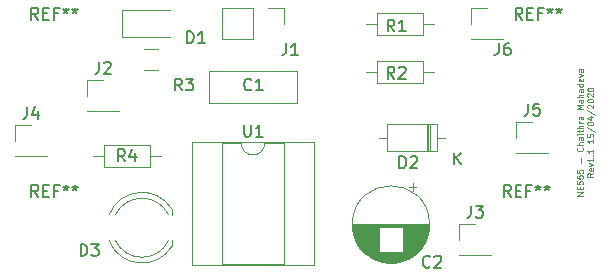
<source format=gbr>
%TF.GenerationSoftware,KiCad,Pcbnew,(5.1.5)-3*%
%TF.CreationDate,2020-04-15T21:14:40+02:00*%
%TF.ProjectId,NE555,4e453535-352e-46b6-9963-61645f706362,v1.1*%
%TF.SameCoordinates,Original*%
%TF.FileFunction,Legend,Top*%
%TF.FilePolarity,Positive*%
%FSLAX46Y46*%
G04 Gerber Fmt 4.6, Leading zero omitted, Abs format (unit mm)*
G04 Created by KiCad (PCBNEW (5.1.5)-3) date 2020-04-15 21:14:40*
%MOMM*%
%LPD*%
G04 APERTURE LIST*
%ADD10C,0.125000*%
%ADD11C,0.120000*%
%ADD12C,0.150000*%
G04 APERTURE END LIST*
D10*
X129788690Y-113357142D02*
X129288690Y-113357142D01*
X129788690Y-113071428D01*
X129288690Y-113071428D01*
X129526785Y-112833333D02*
X129526785Y-112666666D01*
X129788690Y-112595238D02*
X129788690Y-112833333D01*
X129288690Y-112833333D01*
X129288690Y-112595238D01*
X129288690Y-112142857D02*
X129288690Y-112380952D01*
X129526785Y-112404761D01*
X129502976Y-112380952D01*
X129479166Y-112333333D01*
X129479166Y-112214285D01*
X129502976Y-112166666D01*
X129526785Y-112142857D01*
X129574404Y-112119047D01*
X129693452Y-112119047D01*
X129741071Y-112142857D01*
X129764880Y-112166666D01*
X129788690Y-112214285D01*
X129788690Y-112333333D01*
X129764880Y-112380952D01*
X129741071Y-112404761D01*
X129288690Y-111666666D02*
X129288690Y-111904761D01*
X129526785Y-111928571D01*
X129502976Y-111904761D01*
X129479166Y-111857142D01*
X129479166Y-111738095D01*
X129502976Y-111690476D01*
X129526785Y-111666666D01*
X129574404Y-111642857D01*
X129693452Y-111642857D01*
X129741071Y-111666666D01*
X129764880Y-111690476D01*
X129788690Y-111738095D01*
X129788690Y-111857142D01*
X129764880Y-111904761D01*
X129741071Y-111928571D01*
X129288690Y-111190476D02*
X129288690Y-111428571D01*
X129526785Y-111452380D01*
X129502976Y-111428571D01*
X129479166Y-111380952D01*
X129479166Y-111261904D01*
X129502976Y-111214285D01*
X129526785Y-111190476D01*
X129574404Y-111166666D01*
X129693452Y-111166666D01*
X129741071Y-111190476D01*
X129764880Y-111214285D01*
X129788690Y-111261904D01*
X129788690Y-111380952D01*
X129764880Y-111428571D01*
X129741071Y-111452380D01*
X129598214Y-110571428D02*
X129598214Y-110190476D01*
X129741071Y-109285714D02*
X129764880Y-109309523D01*
X129788690Y-109380952D01*
X129788690Y-109428571D01*
X129764880Y-109500000D01*
X129717261Y-109547619D01*
X129669642Y-109571428D01*
X129574404Y-109595238D01*
X129502976Y-109595238D01*
X129407738Y-109571428D01*
X129360119Y-109547619D01*
X129312500Y-109500000D01*
X129288690Y-109428571D01*
X129288690Y-109380952D01*
X129312500Y-109309523D01*
X129336309Y-109285714D01*
X129788690Y-109071428D02*
X129288690Y-109071428D01*
X129788690Y-108857142D02*
X129526785Y-108857142D01*
X129479166Y-108880952D01*
X129455357Y-108928571D01*
X129455357Y-109000000D01*
X129479166Y-109047619D01*
X129502976Y-109071428D01*
X129788690Y-108404761D02*
X129526785Y-108404761D01*
X129479166Y-108428571D01*
X129455357Y-108476190D01*
X129455357Y-108571428D01*
X129479166Y-108619047D01*
X129764880Y-108404761D02*
X129788690Y-108452380D01*
X129788690Y-108571428D01*
X129764880Y-108619047D01*
X129717261Y-108642857D01*
X129669642Y-108642857D01*
X129622023Y-108619047D01*
X129598214Y-108571428D01*
X129598214Y-108452380D01*
X129574404Y-108404761D01*
X129788690Y-108166666D02*
X129455357Y-108166666D01*
X129288690Y-108166666D02*
X129312500Y-108190476D01*
X129336309Y-108166666D01*
X129312500Y-108142857D01*
X129288690Y-108166666D01*
X129336309Y-108166666D01*
X129455357Y-108000000D02*
X129455357Y-107809523D01*
X129288690Y-107928571D02*
X129717261Y-107928571D01*
X129764880Y-107904761D01*
X129788690Y-107857142D01*
X129788690Y-107809523D01*
X129788690Y-107642857D02*
X129288690Y-107642857D01*
X129788690Y-107428571D02*
X129526785Y-107428571D01*
X129479166Y-107452380D01*
X129455357Y-107500000D01*
X129455357Y-107571428D01*
X129479166Y-107619047D01*
X129502976Y-107642857D01*
X129788690Y-107190476D02*
X129455357Y-107190476D01*
X129550595Y-107190476D02*
X129502976Y-107166666D01*
X129479166Y-107142857D01*
X129455357Y-107095238D01*
X129455357Y-107047619D01*
X129788690Y-106666666D02*
X129526785Y-106666666D01*
X129479166Y-106690476D01*
X129455357Y-106738095D01*
X129455357Y-106833333D01*
X129479166Y-106880952D01*
X129764880Y-106666666D02*
X129788690Y-106714285D01*
X129788690Y-106833333D01*
X129764880Y-106880952D01*
X129717261Y-106904761D01*
X129669642Y-106904761D01*
X129622023Y-106880952D01*
X129598214Y-106833333D01*
X129598214Y-106714285D01*
X129574404Y-106666666D01*
X129788690Y-106047619D02*
X129288690Y-106047619D01*
X129645833Y-105880952D01*
X129288690Y-105714285D01*
X129788690Y-105714285D01*
X129788690Y-105261904D02*
X129526785Y-105261904D01*
X129479166Y-105285714D01*
X129455357Y-105333333D01*
X129455357Y-105428571D01*
X129479166Y-105476190D01*
X129764880Y-105261904D02*
X129788690Y-105309523D01*
X129788690Y-105428571D01*
X129764880Y-105476190D01*
X129717261Y-105500000D01*
X129669642Y-105500000D01*
X129622023Y-105476190D01*
X129598214Y-105428571D01*
X129598214Y-105309523D01*
X129574404Y-105261904D01*
X129788690Y-105023809D02*
X129288690Y-105023809D01*
X129788690Y-104809523D02*
X129526785Y-104809523D01*
X129479166Y-104833333D01*
X129455357Y-104880952D01*
X129455357Y-104952380D01*
X129479166Y-105000000D01*
X129502976Y-105023809D01*
X129788690Y-104357142D02*
X129526785Y-104357142D01*
X129479166Y-104380952D01*
X129455357Y-104428571D01*
X129455357Y-104523809D01*
X129479166Y-104571428D01*
X129764880Y-104357142D02*
X129788690Y-104404761D01*
X129788690Y-104523809D01*
X129764880Y-104571428D01*
X129717261Y-104595238D01*
X129669642Y-104595238D01*
X129622023Y-104571428D01*
X129598214Y-104523809D01*
X129598214Y-104404761D01*
X129574404Y-104357142D01*
X129788690Y-103904761D02*
X129288690Y-103904761D01*
X129764880Y-103904761D02*
X129788690Y-103952380D01*
X129788690Y-104047619D01*
X129764880Y-104095238D01*
X129741071Y-104119047D01*
X129693452Y-104142857D01*
X129550595Y-104142857D01*
X129502976Y-104119047D01*
X129479166Y-104095238D01*
X129455357Y-104047619D01*
X129455357Y-103952380D01*
X129479166Y-103904761D01*
X129764880Y-103476190D02*
X129788690Y-103523809D01*
X129788690Y-103619047D01*
X129764880Y-103666666D01*
X129717261Y-103690476D01*
X129526785Y-103690476D01*
X129479166Y-103666666D01*
X129455357Y-103619047D01*
X129455357Y-103523809D01*
X129479166Y-103476190D01*
X129526785Y-103452380D01*
X129574404Y-103452380D01*
X129622023Y-103690476D01*
X129455357Y-103285714D02*
X129788690Y-103166666D01*
X129455357Y-103047619D01*
X129788690Y-102642857D02*
X129526785Y-102642857D01*
X129479166Y-102666666D01*
X129455357Y-102714285D01*
X129455357Y-102809523D01*
X129479166Y-102857142D01*
X129764880Y-102642857D02*
X129788690Y-102690476D01*
X129788690Y-102809523D01*
X129764880Y-102857142D01*
X129717261Y-102880952D01*
X129669642Y-102880952D01*
X129622023Y-102857142D01*
X129598214Y-102809523D01*
X129598214Y-102690476D01*
X129574404Y-102642857D01*
X130663690Y-111464285D02*
X130425595Y-111630952D01*
X130663690Y-111750000D02*
X130163690Y-111750000D01*
X130163690Y-111559523D01*
X130187500Y-111511904D01*
X130211309Y-111488095D01*
X130258928Y-111464285D01*
X130330357Y-111464285D01*
X130377976Y-111488095D01*
X130401785Y-111511904D01*
X130425595Y-111559523D01*
X130425595Y-111750000D01*
X130639880Y-111059523D02*
X130663690Y-111107142D01*
X130663690Y-111202380D01*
X130639880Y-111250000D01*
X130592261Y-111273809D01*
X130401785Y-111273809D01*
X130354166Y-111250000D01*
X130330357Y-111202380D01*
X130330357Y-111107142D01*
X130354166Y-111059523D01*
X130401785Y-111035714D01*
X130449404Y-111035714D01*
X130497023Y-111273809D01*
X130330357Y-110869047D02*
X130663690Y-110750000D01*
X130330357Y-110630952D01*
X130663690Y-110178571D02*
X130663690Y-110464285D01*
X130663690Y-110321428D02*
X130163690Y-110321428D01*
X130235119Y-110369047D01*
X130282738Y-110416666D01*
X130306547Y-110464285D01*
X130616071Y-109964285D02*
X130639880Y-109940476D01*
X130663690Y-109964285D01*
X130639880Y-109988095D01*
X130616071Y-109964285D01*
X130663690Y-109964285D01*
X130663690Y-109464285D02*
X130663690Y-109750000D01*
X130663690Y-109607142D02*
X130163690Y-109607142D01*
X130235119Y-109654761D01*
X130282738Y-109702380D01*
X130306547Y-109750000D01*
X130663690Y-108607142D02*
X130663690Y-108892857D01*
X130663690Y-108750000D02*
X130163690Y-108750000D01*
X130235119Y-108797619D01*
X130282738Y-108845238D01*
X130306547Y-108892857D01*
X130163690Y-108154761D02*
X130163690Y-108392857D01*
X130401785Y-108416666D01*
X130377976Y-108392857D01*
X130354166Y-108345238D01*
X130354166Y-108226190D01*
X130377976Y-108178571D01*
X130401785Y-108154761D01*
X130449404Y-108130952D01*
X130568452Y-108130952D01*
X130616071Y-108154761D01*
X130639880Y-108178571D01*
X130663690Y-108226190D01*
X130663690Y-108345238D01*
X130639880Y-108392857D01*
X130616071Y-108416666D01*
X130139880Y-107559523D02*
X130782738Y-107988095D01*
X130163690Y-107297619D02*
X130163690Y-107250000D01*
X130187500Y-107202380D01*
X130211309Y-107178571D01*
X130258928Y-107154761D01*
X130354166Y-107130952D01*
X130473214Y-107130952D01*
X130568452Y-107154761D01*
X130616071Y-107178571D01*
X130639880Y-107202380D01*
X130663690Y-107250000D01*
X130663690Y-107297619D01*
X130639880Y-107345238D01*
X130616071Y-107369047D01*
X130568452Y-107392857D01*
X130473214Y-107416666D01*
X130354166Y-107416666D01*
X130258928Y-107392857D01*
X130211309Y-107369047D01*
X130187500Y-107345238D01*
X130163690Y-107297619D01*
X130330357Y-106702380D02*
X130663690Y-106702380D01*
X130139880Y-106821428D02*
X130497023Y-106940476D01*
X130497023Y-106630952D01*
X130139880Y-106083333D02*
X130782738Y-106511904D01*
X130211309Y-105940476D02*
X130187500Y-105916666D01*
X130163690Y-105869047D01*
X130163690Y-105750000D01*
X130187500Y-105702380D01*
X130211309Y-105678571D01*
X130258928Y-105654761D01*
X130306547Y-105654761D01*
X130377976Y-105678571D01*
X130663690Y-105964285D01*
X130663690Y-105654761D01*
X130163690Y-105345238D02*
X130163690Y-105297619D01*
X130187500Y-105250000D01*
X130211309Y-105226190D01*
X130258928Y-105202380D01*
X130354166Y-105178571D01*
X130473214Y-105178571D01*
X130568452Y-105202380D01*
X130616071Y-105226190D01*
X130639880Y-105250000D01*
X130663690Y-105297619D01*
X130663690Y-105345238D01*
X130639880Y-105392857D01*
X130616071Y-105416666D01*
X130568452Y-105440476D01*
X130473214Y-105464285D01*
X130354166Y-105464285D01*
X130258928Y-105440476D01*
X130211309Y-105416666D01*
X130187500Y-105392857D01*
X130163690Y-105345238D01*
X130211309Y-104988095D02*
X130187500Y-104964285D01*
X130163690Y-104916666D01*
X130163690Y-104797619D01*
X130187500Y-104750000D01*
X130211309Y-104726190D01*
X130258928Y-104702380D01*
X130306547Y-104702380D01*
X130377976Y-104726190D01*
X130663690Y-105011904D01*
X130663690Y-104702380D01*
X130163690Y-104392857D02*
X130163690Y-104345238D01*
X130187500Y-104297619D01*
X130211309Y-104273809D01*
X130258928Y-104250000D01*
X130354166Y-104226190D01*
X130473214Y-104226190D01*
X130568452Y-104250000D01*
X130616071Y-104273809D01*
X130639880Y-104297619D01*
X130663690Y-104345238D01*
X130663690Y-104392857D01*
X130639880Y-104440476D01*
X130616071Y-104464285D01*
X130568452Y-104488095D01*
X130473214Y-104511904D01*
X130354166Y-104511904D01*
X130258928Y-104488095D01*
X130211309Y-104464285D01*
X130187500Y-104440476D01*
X130163690Y-104392857D01*
D11*
X105614000Y-105510000D02*
X98174000Y-105510000D01*
X105614000Y-102770000D02*
X98174000Y-102770000D01*
X105614000Y-105510000D02*
X105614000Y-102770000D01*
X98174000Y-105510000D02*
X98174000Y-102770000D01*
X116808000Y-115804000D02*
G75*
G03X116808000Y-115804000I-3270000J0D01*
G01*
X116768000Y-115804000D02*
X110308000Y-115804000D01*
X116768000Y-115844000D02*
X110308000Y-115844000D01*
X116768000Y-115884000D02*
X110308000Y-115884000D01*
X116766000Y-115924000D02*
X110310000Y-115924000D01*
X116765000Y-115964000D02*
X110311000Y-115964000D01*
X116762000Y-116004000D02*
X110314000Y-116004000D01*
X116760000Y-116044000D02*
X114578000Y-116044000D01*
X112498000Y-116044000D02*
X110316000Y-116044000D01*
X116756000Y-116084000D02*
X114578000Y-116084000D01*
X112498000Y-116084000D02*
X110320000Y-116084000D01*
X116753000Y-116124000D02*
X114578000Y-116124000D01*
X112498000Y-116124000D02*
X110323000Y-116124000D01*
X116749000Y-116164000D02*
X114578000Y-116164000D01*
X112498000Y-116164000D02*
X110327000Y-116164000D01*
X116744000Y-116204000D02*
X114578000Y-116204000D01*
X112498000Y-116204000D02*
X110332000Y-116204000D01*
X116739000Y-116244000D02*
X114578000Y-116244000D01*
X112498000Y-116244000D02*
X110337000Y-116244000D01*
X116733000Y-116284000D02*
X114578000Y-116284000D01*
X112498000Y-116284000D02*
X110343000Y-116284000D01*
X116727000Y-116324000D02*
X114578000Y-116324000D01*
X112498000Y-116324000D02*
X110349000Y-116324000D01*
X116720000Y-116364000D02*
X114578000Y-116364000D01*
X112498000Y-116364000D02*
X110356000Y-116364000D01*
X116713000Y-116404000D02*
X114578000Y-116404000D01*
X112498000Y-116404000D02*
X110363000Y-116404000D01*
X116705000Y-116444000D02*
X114578000Y-116444000D01*
X112498000Y-116444000D02*
X110371000Y-116444000D01*
X116697000Y-116484000D02*
X114578000Y-116484000D01*
X112498000Y-116484000D02*
X110379000Y-116484000D01*
X116688000Y-116525000D02*
X114578000Y-116525000D01*
X112498000Y-116525000D02*
X110388000Y-116525000D01*
X116679000Y-116565000D02*
X114578000Y-116565000D01*
X112498000Y-116565000D02*
X110397000Y-116565000D01*
X116669000Y-116605000D02*
X114578000Y-116605000D01*
X112498000Y-116605000D02*
X110407000Y-116605000D01*
X116659000Y-116645000D02*
X114578000Y-116645000D01*
X112498000Y-116645000D02*
X110417000Y-116645000D01*
X116648000Y-116685000D02*
X114578000Y-116685000D01*
X112498000Y-116685000D02*
X110428000Y-116685000D01*
X116636000Y-116725000D02*
X114578000Y-116725000D01*
X112498000Y-116725000D02*
X110440000Y-116725000D01*
X116624000Y-116765000D02*
X114578000Y-116765000D01*
X112498000Y-116765000D02*
X110452000Y-116765000D01*
X116612000Y-116805000D02*
X114578000Y-116805000D01*
X112498000Y-116805000D02*
X110464000Y-116805000D01*
X116599000Y-116845000D02*
X114578000Y-116845000D01*
X112498000Y-116845000D02*
X110477000Y-116845000D01*
X116585000Y-116885000D02*
X114578000Y-116885000D01*
X112498000Y-116885000D02*
X110491000Y-116885000D01*
X116571000Y-116925000D02*
X114578000Y-116925000D01*
X112498000Y-116925000D02*
X110505000Y-116925000D01*
X116556000Y-116965000D02*
X114578000Y-116965000D01*
X112498000Y-116965000D02*
X110520000Y-116965000D01*
X116540000Y-117005000D02*
X114578000Y-117005000D01*
X112498000Y-117005000D02*
X110536000Y-117005000D01*
X116524000Y-117045000D02*
X114578000Y-117045000D01*
X112498000Y-117045000D02*
X110552000Y-117045000D01*
X116508000Y-117085000D02*
X114578000Y-117085000D01*
X112498000Y-117085000D02*
X110568000Y-117085000D01*
X116490000Y-117125000D02*
X114578000Y-117125000D01*
X112498000Y-117125000D02*
X110586000Y-117125000D01*
X116472000Y-117165000D02*
X114578000Y-117165000D01*
X112498000Y-117165000D02*
X110604000Y-117165000D01*
X116454000Y-117205000D02*
X114578000Y-117205000D01*
X112498000Y-117205000D02*
X110622000Y-117205000D01*
X116434000Y-117245000D02*
X114578000Y-117245000D01*
X112498000Y-117245000D02*
X110642000Y-117245000D01*
X116414000Y-117285000D02*
X114578000Y-117285000D01*
X112498000Y-117285000D02*
X110662000Y-117285000D01*
X116394000Y-117325000D02*
X114578000Y-117325000D01*
X112498000Y-117325000D02*
X110682000Y-117325000D01*
X116372000Y-117365000D02*
X114578000Y-117365000D01*
X112498000Y-117365000D02*
X110704000Y-117365000D01*
X116350000Y-117405000D02*
X114578000Y-117405000D01*
X112498000Y-117405000D02*
X110726000Y-117405000D01*
X116328000Y-117445000D02*
X114578000Y-117445000D01*
X112498000Y-117445000D02*
X110748000Y-117445000D01*
X116304000Y-117485000D02*
X114578000Y-117485000D01*
X112498000Y-117485000D02*
X110772000Y-117485000D01*
X116280000Y-117525000D02*
X114578000Y-117525000D01*
X112498000Y-117525000D02*
X110796000Y-117525000D01*
X116254000Y-117565000D02*
X114578000Y-117565000D01*
X112498000Y-117565000D02*
X110822000Y-117565000D01*
X116228000Y-117605000D02*
X114578000Y-117605000D01*
X112498000Y-117605000D02*
X110848000Y-117605000D01*
X116202000Y-117645000D02*
X114578000Y-117645000D01*
X112498000Y-117645000D02*
X110874000Y-117645000D01*
X116174000Y-117685000D02*
X114578000Y-117685000D01*
X112498000Y-117685000D02*
X110902000Y-117685000D01*
X116145000Y-117725000D02*
X114578000Y-117725000D01*
X112498000Y-117725000D02*
X110931000Y-117725000D01*
X116116000Y-117765000D02*
X114578000Y-117765000D01*
X112498000Y-117765000D02*
X110960000Y-117765000D01*
X116086000Y-117805000D02*
X114578000Y-117805000D01*
X112498000Y-117805000D02*
X110990000Y-117805000D01*
X116054000Y-117845000D02*
X114578000Y-117845000D01*
X112498000Y-117845000D02*
X111022000Y-117845000D01*
X116022000Y-117885000D02*
X114578000Y-117885000D01*
X112498000Y-117885000D02*
X111054000Y-117885000D01*
X115988000Y-117925000D02*
X114578000Y-117925000D01*
X112498000Y-117925000D02*
X111088000Y-117925000D01*
X115954000Y-117965000D02*
X114578000Y-117965000D01*
X112498000Y-117965000D02*
X111122000Y-117965000D01*
X115918000Y-118005000D02*
X114578000Y-118005000D01*
X112498000Y-118005000D02*
X111158000Y-118005000D01*
X115881000Y-118045000D02*
X114578000Y-118045000D01*
X112498000Y-118045000D02*
X111195000Y-118045000D01*
X115843000Y-118085000D02*
X114578000Y-118085000D01*
X112498000Y-118085000D02*
X111233000Y-118085000D01*
X115803000Y-118125000D02*
X111273000Y-118125000D01*
X115762000Y-118165000D02*
X111314000Y-118165000D01*
X115720000Y-118205000D02*
X111356000Y-118205000D01*
X115675000Y-118245000D02*
X111401000Y-118245000D01*
X115630000Y-118285000D02*
X111446000Y-118285000D01*
X115582000Y-118325000D02*
X111494000Y-118325000D01*
X115533000Y-118365000D02*
X111543000Y-118365000D01*
X115482000Y-118405000D02*
X111594000Y-118405000D01*
X115428000Y-118445000D02*
X111648000Y-118445000D01*
X115372000Y-118485000D02*
X111704000Y-118485000D01*
X115314000Y-118525000D02*
X111762000Y-118525000D01*
X115252000Y-118565000D02*
X111824000Y-118565000D01*
X115188000Y-118605000D02*
X111888000Y-118605000D01*
X115119000Y-118645000D02*
X111957000Y-118645000D01*
X115047000Y-118685000D02*
X112029000Y-118685000D01*
X114970000Y-118725000D02*
X112106000Y-118725000D01*
X114888000Y-118765000D02*
X112188000Y-118765000D01*
X114800000Y-118805000D02*
X112276000Y-118805000D01*
X114703000Y-118845000D02*
X112373000Y-118845000D01*
X114597000Y-118885000D02*
X112479000Y-118885000D01*
X114478000Y-118925000D02*
X112598000Y-118925000D01*
X114340000Y-118965000D02*
X112736000Y-118965000D01*
X114171000Y-119005000D02*
X112905000Y-119005000D01*
X113940000Y-119045000D02*
X113136000Y-119045000D01*
X115377000Y-112303759D02*
X115377000Y-112933759D01*
X115692000Y-112618759D02*
X115062000Y-112618759D01*
X94818000Y-97671000D02*
X90758000Y-97671000D01*
X90758000Y-97671000D02*
X90758000Y-99941000D01*
X90758000Y-99941000D02*
X94818000Y-99941000D01*
X117436000Y-109578000D02*
X117436000Y-107338000D01*
X117436000Y-107338000D02*
X113196000Y-107338000D01*
X113196000Y-107338000D02*
X113196000Y-109578000D01*
X113196000Y-109578000D02*
X117436000Y-109578000D01*
X118086000Y-108458000D02*
X117436000Y-108458000D01*
X112546000Y-108458000D02*
X113196000Y-108458000D01*
X116716000Y-109578000D02*
X116716000Y-107338000D01*
X116596000Y-109578000D02*
X116596000Y-107338000D01*
X116836000Y-109578000D02*
X116836000Y-107338000D01*
X89668185Y-117158827D02*
G75*
G03X95016000Y-117622830I2787815J1080827D01*
G01*
X89668185Y-114997173D02*
G75*
G02X95016000Y-114533170I2787815J-1080827D01*
G01*
X90201521Y-117158429D02*
G75*
G03X94710684Y-117158000I2254479J1080429D01*
G01*
X90201521Y-114997571D02*
G75*
G02X94710684Y-114998000I2254479J-1080429D01*
G01*
X95016000Y-117623000D02*
X95016000Y-117158000D01*
X95016000Y-114998000D02*
X95016000Y-114533000D01*
X99254000Y-97476000D02*
X99254000Y-100136000D01*
X101854000Y-97476000D02*
X99254000Y-97476000D01*
X101854000Y-100136000D02*
X99254000Y-100136000D01*
X101854000Y-97476000D02*
X101854000Y-100136000D01*
X103124000Y-97476000D02*
X104454000Y-97476000D01*
X104454000Y-97476000D02*
X104454000Y-98806000D01*
X87824000Y-103572000D02*
X89154000Y-103572000D01*
X87824000Y-104902000D02*
X87824000Y-103572000D01*
X87824000Y-106172000D02*
X90484000Y-106172000D01*
X90484000Y-106172000D02*
X90484000Y-106232000D01*
X87824000Y-106172000D02*
X87824000Y-106232000D01*
X87824000Y-106232000D02*
X90484000Y-106232000D01*
X119320000Y-118424000D02*
X121980000Y-118424000D01*
X119320000Y-118364000D02*
X119320000Y-118424000D01*
X121980000Y-118364000D02*
X121980000Y-118424000D01*
X119320000Y-118364000D02*
X121980000Y-118364000D01*
X119320000Y-117094000D02*
X119320000Y-115764000D01*
X119320000Y-115764000D02*
X120650000Y-115764000D01*
X81728000Y-110042000D02*
X84388000Y-110042000D01*
X81728000Y-109982000D02*
X81728000Y-110042000D01*
X84388000Y-109982000D02*
X84388000Y-110042000D01*
X81728000Y-109982000D02*
X84388000Y-109982000D01*
X81728000Y-108712000D02*
X81728000Y-107382000D01*
X81728000Y-107382000D02*
X83058000Y-107382000D01*
X124146000Y-109788000D02*
X126806000Y-109788000D01*
X124146000Y-109728000D02*
X124146000Y-109788000D01*
X126806000Y-109728000D02*
X126806000Y-109788000D01*
X124146000Y-109728000D02*
X126806000Y-109728000D01*
X124146000Y-108458000D02*
X124146000Y-107128000D01*
X124146000Y-107128000D02*
X125476000Y-107128000D01*
X120336000Y-97476000D02*
X121666000Y-97476000D01*
X120336000Y-98806000D02*
X120336000Y-97476000D01*
X120336000Y-100076000D02*
X122996000Y-100076000D01*
X122996000Y-100076000D02*
X122996000Y-100136000D01*
X120336000Y-100076000D02*
X120336000Y-100136000D01*
X120336000Y-100136000D02*
X122996000Y-100136000D01*
X112380000Y-97886000D02*
X112380000Y-99726000D01*
X112380000Y-99726000D02*
X116220000Y-99726000D01*
X116220000Y-99726000D02*
X116220000Y-97886000D01*
X116220000Y-97886000D02*
X112380000Y-97886000D01*
X111430000Y-98806000D02*
X112380000Y-98806000D01*
X117170000Y-98806000D02*
X116220000Y-98806000D01*
X117170000Y-102870000D02*
X116220000Y-102870000D01*
X111430000Y-102870000D02*
X112380000Y-102870000D01*
X116220000Y-101950000D02*
X112380000Y-101950000D01*
X116220000Y-103790000D02*
X116220000Y-101950000D01*
X112380000Y-103790000D02*
X116220000Y-103790000D01*
X112380000Y-101950000D02*
X112380000Y-103790000D01*
X92615936Y-100944000D02*
X93820064Y-100944000D01*
X92615936Y-102764000D02*
X93820064Y-102764000D01*
X89266000Y-109062000D02*
X89266000Y-110902000D01*
X89266000Y-110902000D02*
X93106000Y-110902000D01*
X93106000Y-110902000D02*
X93106000Y-109062000D01*
X93106000Y-109062000D02*
X89266000Y-109062000D01*
X88316000Y-109982000D02*
X89266000Y-109982000D01*
X94056000Y-109982000D02*
X93106000Y-109982000D01*
X102854000Y-108906000D02*
G75*
G02X100854000Y-108906000I-1000000J0D01*
G01*
X100854000Y-108906000D02*
X99204000Y-108906000D01*
X99204000Y-108906000D02*
X99204000Y-119186000D01*
X99204000Y-119186000D02*
X104504000Y-119186000D01*
X104504000Y-119186000D02*
X104504000Y-108906000D01*
X104504000Y-108906000D02*
X102854000Y-108906000D01*
X96714000Y-108846000D02*
X96714000Y-119246000D01*
X96714000Y-119246000D02*
X106994000Y-119246000D01*
X106994000Y-119246000D02*
X106994000Y-108846000D01*
X106994000Y-108846000D02*
X96714000Y-108846000D01*
D12*
X124666666Y-98452380D02*
X124333333Y-97976190D01*
X124095238Y-98452380D02*
X124095238Y-97452380D01*
X124476190Y-97452380D01*
X124571428Y-97500000D01*
X124619047Y-97547619D01*
X124666666Y-97642857D01*
X124666666Y-97785714D01*
X124619047Y-97880952D01*
X124571428Y-97928571D01*
X124476190Y-97976190D01*
X124095238Y-97976190D01*
X125095238Y-97928571D02*
X125428571Y-97928571D01*
X125571428Y-98452380D02*
X125095238Y-98452380D01*
X125095238Y-97452380D01*
X125571428Y-97452380D01*
X126333333Y-97928571D02*
X126000000Y-97928571D01*
X126000000Y-98452380D02*
X126000000Y-97452380D01*
X126476190Y-97452380D01*
X127000000Y-97452380D02*
X127000000Y-97690476D01*
X126761904Y-97595238D02*
X127000000Y-97690476D01*
X127238095Y-97595238D01*
X126857142Y-97880952D02*
X127000000Y-97690476D01*
X127142857Y-97880952D01*
X127761904Y-97452380D02*
X127761904Y-97690476D01*
X127523809Y-97595238D02*
X127761904Y-97690476D01*
X128000000Y-97595238D01*
X127619047Y-97880952D02*
X127761904Y-97690476D01*
X127904761Y-97880952D01*
X123666666Y-113452380D02*
X123333333Y-112976190D01*
X123095238Y-113452380D02*
X123095238Y-112452380D01*
X123476190Y-112452380D01*
X123571428Y-112500000D01*
X123619047Y-112547619D01*
X123666666Y-112642857D01*
X123666666Y-112785714D01*
X123619047Y-112880952D01*
X123571428Y-112928571D01*
X123476190Y-112976190D01*
X123095238Y-112976190D01*
X124095238Y-112928571D02*
X124428571Y-112928571D01*
X124571428Y-113452380D02*
X124095238Y-113452380D01*
X124095238Y-112452380D01*
X124571428Y-112452380D01*
X125333333Y-112928571D02*
X125000000Y-112928571D01*
X125000000Y-113452380D02*
X125000000Y-112452380D01*
X125476190Y-112452380D01*
X126000000Y-112452380D02*
X126000000Y-112690476D01*
X125761904Y-112595238D02*
X126000000Y-112690476D01*
X126238095Y-112595238D01*
X125857142Y-112880952D02*
X126000000Y-112690476D01*
X126142857Y-112880952D01*
X126761904Y-112452380D02*
X126761904Y-112690476D01*
X126523809Y-112595238D02*
X126761904Y-112690476D01*
X127000000Y-112595238D01*
X126619047Y-112880952D02*
X126761904Y-112690476D01*
X126904761Y-112880952D01*
X83666666Y-113452380D02*
X83333333Y-112976190D01*
X83095238Y-113452380D02*
X83095238Y-112452380D01*
X83476190Y-112452380D01*
X83571428Y-112500000D01*
X83619047Y-112547619D01*
X83666666Y-112642857D01*
X83666666Y-112785714D01*
X83619047Y-112880952D01*
X83571428Y-112928571D01*
X83476190Y-112976190D01*
X83095238Y-112976190D01*
X84095238Y-112928571D02*
X84428571Y-112928571D01*
X84571428Y-113452380D02*
X84095238Y-113452380D01*
X84095238Y-112452380D01*
X84571428Y-112452380D01*
X85333333Y-112928571D02*
X85000000Y-112928571D01*
X85000000Y-113452380D02*
X85000000Y-112452380D01*
X85476190Y-112452380D01*
X86000000Y-112452380D02*
X86000000Y-112690476D01*
X85761904Y-112595238D02*
X86000000Y-112690476D01*
X86238095Y-112595238D01*
X85857142Y-112880952D02*
X86000000Y-112690476D01*
X86142857Y-112880952D01*
X86761904Y-112452380D02*
X86761904Y-112690476D01*
X86523809Y-112595238D02*
X86761904Y-112690476D01*
X87000000Y-112595238D01*
X86619047Y-112880952D02*
X86761904Y-112690476D01*
X86904761Y-112880952D01*
X83666666Y-98452380D02*
X83333333Y-97976190D01*
X83095238Y-98452380D02*
X83095238Y-97452380D01*
X83476190Y-97452380D01*
X83571428Y-97500000D01*
X83619047Y-97547619D01*
X83666666Y-97642857D01*
X83666666Y-97785714D01*
X83619047Y-97880952D01*
X83571428Y-97928571D01*
X83476190Y-97976190D01*
X83095238Y-97976190D01*
X84095238Y-97928571D02*
X84428571Y-97928571D01*
X84571428Y-98452380D02*
X84095238Y-98452380D01*
X84095238Y-97452380D01*
X84571428Y-97452380D01*
X85333333Y-97928571D02*
X85000000Y-97928571D01*
X85000000Y-98452380D02*
X85000000Y-97452380D01*
X85476190Y-97452380D01*
X86000000Y-97452380D02*
X86000000Y-97690476D01*
X85761904Y-97595238D02*
X86000000Y-97690476D01*
X86238095Y-97595238D01*
X85857142Y-97880952D02*
X86000000Y-97690476D01*
X86142857Y-97880952D01*
X86761904Y-97452380D02*
X86761904Y-97690476D01*
X86523809Y-97595238D02*
X86761904Y-97690476D01*
X87000000Y-97595238D01*
X86619047Y-97880952D02*
X86761904Y-97690476D01*
X86904761Y-97880952D01*
X101727333Y-104357142D02*
X101679714Y-104404761D01*
X101536857Y-104452380D01*
X101441619Y-104452380D01*
X101298761Y-104404761D01*
X101203523Y-104309523D01*
X101155904Y-104214285D01*
X101108285Y-104023809D01*
X101108285Y-103880952D01*
X101155904Y-103690476D01*
X101203523Y-103595238D01*
X101298761Y-103500000D01*
X101441619Y-103452380D01*
X101536857Y-103452380D01*
X101679714Y-103500000D01*
X101727333Y-103547619D01*
X102679714Y-104452380D02*
X102108285Y-104452380D01*
X102394000Y-104452380D02*
X102394000Y-103452380D01*
X102298761Y-103595238D01*
X102203523Y-103690476D01*
X102108285Y-103738095D01*
X116833333Y-119357142D02*
X116785714Y-119404761D01*
X116642857Y-119452380D01*
X116547619Y-119452380D01*
X116404761Y-119404761D01*
X116309523Y-119309523D01*
X116261904Y-119214285D01*
X116214285Y-119023809D01*
X116214285Y-118880952D01*
X116261904Y-118690476D01*
X116309523Y-118595238D01*
X116404761Y-118500000D01*
X116547619Y-118452380D01*
X116642857Y-118452380D01*
X116785714Y-118500000D01*
X116833333Y-118547619D01*
X117214285Y-118547619D02*
X117261904Y-118500000D01*
X117357142Y-118452380D01*
X117595238Y-118452380D01*
X117690476Y-118500000D01*
X117738095Y-118547619D01*
X117785714Y-118642857D01*
X117785714Y-118738095D01*
X117738095Y-118880952D01*
X117166666Y-119452380D01*
X117785714Y-119452380D01*
X96261904Y-100452380D02*
X96261904Y-99452380D01*
X96500000Y-99452380D01*
X96642857Y-99500000D01*
X96738095Y-99595238D01*
X96785714Y-99690476D01*
X96833333Y-99880952D01*
X96833333Y-100023809D01*
X96785714Y-100214285D01*
X96738095Y-100309523D01*
X96642857Y-100404761D01*
X96500000Y-100452380D01*
X96261904Y-100452380D01*
X97785714Y-100452380D02*
X97214285Y-100452380D01*
X97500000Y-100452380D02*
X97500000Y-99452380D01*
X97404761Y-99595238D01*
X97309523Y-99690476D01*
X97214285Y-99738095D01*
X114261904Y-111030380D02*
X114261904Y-110030380D01*
X114500000Y-110030380D01*
X114642857Y-110078000D01*
X114738095Y-110173238D01*
X114785714Y-110268476D01*
X114833333Y-110458952D01*
X114833333Y-110601809D01*
X114785714Y-110792285D01*
X114738095Y-110887523D01*
X114642857Y-110982761D01*
X114500000Y-111030380D01*
X114261904Y-111030380D01*
X115214285Y-110125619D02*
X115261904Y-110078000D01*
X115357142Y-110030380D01*
X115595238Y-110030380D01*
X115690476Y-110078000D01*
X115738095Y-110125619D01*
X115785714Y-110220857D01*
X115785714Y-110316095D01*
X115738095Y-110458952D01*
X115166666Y-111030380D01*
X115785714Y-111030380D01*
X118864095Y-110710380D02*
X118864095Y-109710380D01*
X119435523Y-110710380D02*
X119006952Y-110138952D01*
X119435523Y-109710380D02*
X118864095Y-110281809D01*
X87261904Y-118452380D02*
X87261904Y-117452380D01*
X87500000Y-117452380D01*
X87642857Y-117500000D01*
X87738095Y-117595238D01*
X87785714Y-117690476D01*
X87833333Y-117880952D01*
X87833333Y-118023809D01*
X87785714Y-118214285D01*
X87738095Y-118309523D01*
X87642857Y-118404761D01*
X87500000Y-118452380D01*
X87261904Y-118452380D01*
X88166666Y-117452380D02*
X88785714Y-117452380D01*
X88452380Y-117833333D01*
X88595238Y-117833333D01*
X88690476Y-117880952D01*
X88738095Y-117928571D01*
X88785714Y-118023809D01*
X88785714Y-118261904D01*
X88738095Y-118357142D01*
X88690476Y-118404761D01*
X88595238Y-118452380D01*
X88309523Y-118452380D01*
X88214285Y-118404761D01*
X88166666Y-118357142D01*
X104666666Y-100452380D02*
X104666666Y-101166666D01*
X104619047Y-101309523D01*
X104523809Y-101404761D01*
X104380952Y-101452380D01*
X104285714Y-101452380D01*
X105666666Y-101452380D02*
X105095238Y-101452380D01*
X105380952Y-101452380D02*
X105380952Y-100452380D01*
X105285714Y-100595238D01*
X105190476Y-100690476D01*
X105095238Y-100738095D01*
X88820666Y-102024380D02*
X88820666Y-102738666D01*
X88773047Y-102881523D01*
X88677809Y-102976761D01*
X88534952Y-103024380D01*
X88439714Y-103024380D01*
X89249238Y-102119619D02*
X89296857Y-102072000D01*
X89392095Y-102024380D01*
X89630190Y-102024380D01*
X89725428Y-102072000D01*
X89773047Y-102119619D01*
X89820666Y-102214857D01*
X89820666Y-102310095D01*
X89773047Y-102452952D01*
X89201619Y-103024380D01*
X89820666Y-103024380D01*
X120316666Y-114216380D02*
X120316666Y-114930666D01*
X120269047Y-115073523D01*
X120173809Y-115168761D01*
X120030952Y-115216380D01*
X119935714Y-115216380D01*
X120697619Y-114216380D02*
X121316666Y-114216380D01*
X120983333Y-114597333D01*
X121126190Y-114597333D01*
X121221428Y-114644952D01*
X121269047Y-114692571D01*
X121316666Y-114787809D01*
X121316666Y-115025904D01*
X121269047Y-115121142D01*
X121221428Y-115168761D01*
X121126190Y-115216380D01*
X120840476Y-115216380D01*
X120745238Y-115168761D01*
X120697619Y-115121142D01*
X82724666Y-105834380D02*
X82724666Y-106548666D01*
X82677047Y-106691523D01*
X82581809Y-106786761D01*
X82438952Y-106834380D01*
X82343714Y-106834380D01*
X83629428Y-106167714D02*
X83629428Y-106834380D01*
X83391333Y-105786761D02*
X83153238Y-106501047D01*
X83772285Y-106501047D01*
X125142666Y-105580380D02*
X125142666Y-106294666D01*
X125095047Y-106437523D01*
X124999809Y-106532761D01*
X124856952Y-106580380D01*
X124761714Y-106580380D01*
X126095047Y-105580380D02*
X125618857Y-105580380D01*
X125571238Y-106056571D01*
X125618857Y-106008952D01*
X125714095Y-105961333D01*
X125952190Y-105961333D01*
X126047428Y-106008952D01*
X126095047Y-106056571D01*
X126142666Y-106151809D01*
X126142666Y-106389904D01*
X126095047Y-106485142D01*
X126047428Y-106532761D01*
X125952190Y-106580380D01*
X125714095Y-106580380D01*
X125618857Y-106532761D01*
X125571238Y-106485142D01*
X122666666Y-100452380D02*
X122666666Y-101166666D01*
X122619047Y-101309523D01*
X122523809Y-101404761D01*
X122380952Y-101452380D01*
X122285714Y-101452380D01*
X123571428Y-100452380D02*
X123380952Y-100452380D01*
X123285714Y-100500000D01*
X123238095Y-100547619D01*
X123142857Y-100690476D01*
X123095238Y-100880952D01*
X123095238Y-101261904D01*
X123142857Y-101357142D01*
X123190476Y-101404761D01*
X123285714Y-101452380D01*
X123476190Y-101452380D01*
X123571428Y-101404761D01*
X123619047Y-101357142D01*
X123666666Y-101261904D01*
X123666666Y-101023809D01*
X123619047Y-100928571D01*
X123571428Y-100880952D01*
X123476190Y-100833333D01*
X123285714Y-100833333D01*
X123190476Y-100880952D01*
X123142857Y-100928571D01*
X123095238Y-101023809D01*
X113833333Y-99452380D02*
X113500000Y-98976190D01*
X113261904Y-99452380D02*
X113261904Y-98452380D01*
X113642857Y-98452380D01*
X113738095Y-98500000D01*
X113785714Y-98547619D01*
X113833333Y-98642857D01*
X113833333Y-98785714D01*
X113785714Y-98880952D01*
X113738095Y-98928571D01*
X113642857Y-98976190D01*
X113261904Y-98976190D01*
X114785714Y-99452380D02*
X114214285Y-99452380D01*
X114500000Y-99452380D02*
X114500000Y-98452380D01*
X114404761Y-98595238D01*
X114309523Y-98690476D01*
X114214285Y-98738095D01*
X113833333Y-103452380D02*
X113500000Y-102976190D01*
X113261904Y-103452380D02*
X113261904Y-102452380D01*
X113642857Y-102452380D01*
X113738095Y-102500000D01*
X113785714Y-102547619D01*
X113833333Y-102642857D01*
X113833333Y-102785714D01*
X113785714Y-102880952D01*
X113738095Y-102928571D01*
X113642857Y-102976190D01*
X113261904Y-102976190D01*
X114214285Y-102547619D02*
X114261904Y-102500000D01*
X114357142Y-102452380D01*
X114595238Y-102452380D01*
X114690476Y-102500000D01*
X114738095Y-102547619D01*
X114785714Y-102642857D01*
X114785714Y-102738095D01*
X114738095Y-102880952D01*
X114166666Y-103452380D01*
X114785714Y-103452380D01*
X95833333Y-104452380D02*
X95500000Y-103976190D01*
X95261904Y-104452380D02*
X95261904Y-103452380D01*
X95642857Y-103452380D01*
X95738095Y-103500000D01*
X95785714Y-103547619D01*
X95833333Y-103642857D01*
X95833333Y-103785714D01*
X95785714Y-103880952D01*
X95738095Y-103928571D01*
X95642857Y-103976190D01*
X95261904Y-103976190D01*
X96166666Y-103452380D02*
X96785714Y-103452380D01*
X96452380Y-103833333D01*
X96595238Y-103833333D01*
X96690476Y-103880952D01*
X96738095Y-103928571D01*
X96785714Y-104023809D01*
X96785714Y-104261904D01*
X96738095Y-104357142D01*
X96690476Y-104404761D01*
X96595238Y-104452380D01*
X96309523Y-104452380D01*
X96214285Y-104404761D01*
X96166666Y-104357142D01*
X91019333Y-110452380D02*
X90686000Y-109976190D01*
X90447904Y-110452380D02*
X90447904Y-109452380D01*
X90828857Y-109452380D01*
X90924095Y-109500000D01*
X90971714Y-109547619D01*
X91019333Y-109642857D01*
X91019333Y-109785714D01*
X90971714Y-109880952D01*
X90924095Y-109928571D01*
X90828857Y-109976190D01*
X90447904Y-109976190D01*
X91876476Y-109785714D02*
X91876476Y-110452380D01*
X91638380Y-109404761D02*
X91400285Y-110119047D01*
X92019333Y-110119047D01*
X101092095Y-107358380D02*
X101092095Y-108167904D01*
X101139714Y-108263142D01*
X101187333Y-108310761D01*
X101282571Y-108358380D01*
X101473047Y-108358380D01*
X101568285Y-108310761D01*
X101615904Y-108263142D01*
X101663523Y-108167904D01*
X101663523Y-107358380D01*
X102663523Y-108358380D02*
X102092095Y-108358380D01*
X102377809Y-108358380D02*
X102377809Y-107358380D01*
X102282571Y-107501238D01*
X102187333Y-107596476D01*
X102092095Y-107644095D01*
M02*

</source>
